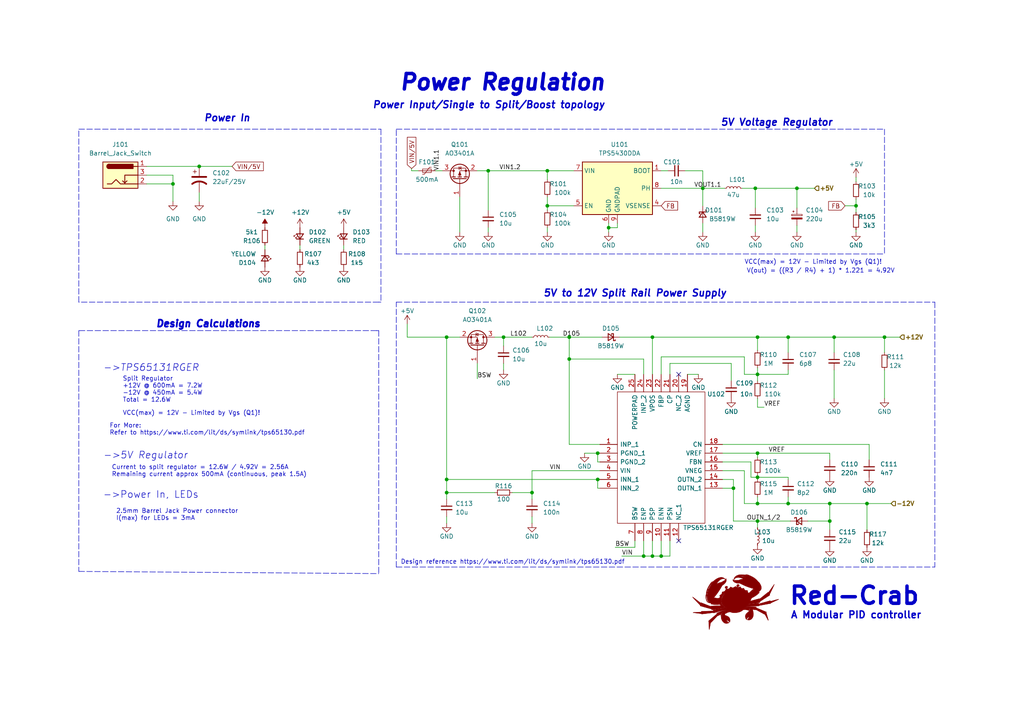
<source format=kicad_sch>
(kicad_sch (version 20211123) (generator eeschema)
  (paper "A4")
  (title_block (company "Designed By:  @aitesam961"))
  (lib_symbols
    (symbol "BananaSchplit-rescue:CP_Small-Device" (pin_numbers hide) (pin_names (offset 0.254) hide)
      (property "Reference" "C" (at 0.254 1.778 0))
      (property "Value" "CP_Small-Device" (at 0.254 -2.032 0))
      (symbol "CP_Small-Device_1_1"
        (pin passive line (at 0 2.54 270) (length 1.8542) (name "~") (number "1"))
        (pin passive line (at 0 -2.54 90) (length 1.8542) (name "~") (number "2"))
      )
    )
    (symbol "Connector:Barrel_Jack_Switch" (pin_names hide)
      (property "Reference" "J" (at 0 5.334 0))
      (property "Value" "Barrel_Jack_Switch" (at 0 -5.08 0))
      (symbol "Barrel_Jack_Switch_1_1"
        (pin passive line (at 7.62 2.54 180) (length 2.54) (name "~") (number "1"))
        (pin passive line (at 7.62 -2.54 180) (length 2.54) (name "~") (number "2"))
        (pin passive line (at 7.62 0 180) (length 2.54) (name "~") (number "3"))
      )
    )
    (symbol "Device:C_Polarized_US" (pin_numbers hide) (pin_names (offset 0.254) hide)
      (property "Reference" "C" (at 0.635 2.54 0))
      (property "Value" "C_Polarized_US" (at 0.635 -2.54 0))
      (symbol "C_Polarized_US_1_1"
        (pin passive line (at 0 3.81 270) (length 2.794) (name "~") (number "1"))
        (pin passive line (at 0 -3.81 90) (length 3.302) (name "~") (number "2"))
      )
    )
    (symbol "Device:C_Small" (pin_numbers hide) (pin_names (offset 0.254) hide)
      (property "Reference" "C" (at 0.254 1.778 0))
      (property "Value" "C_Small" (at 0.254 -2.032 0))
      (symbol "C_Small_1_1"
        (pin passive line (at 0 2.54 270) (length 2.032) (name "~") (number "1"))
        (pin passive line (at 0 -2.54 90) (length 2.032) (name "~") (number "2"))
      )
    )
    (symbol "Device:D_Schottky_Small" (pin_numbers hide) (pin_names (offset 0.254) hide)
      (property "Reference" "D" (at -1.27 2.032 0))
      (property "Value" "D_Schottky_Small" (at -7.112 -2.032 0))
      (symbol "D_Schottky_Small_1_1"
        (pin passive line (at -2.54 0 0) (length 1.778) (name "K") (number "1"))
        (pin passive line (at 2.54 0 180) (length 1.778) (name "A") (number "2"))
      )
    )
    (symbol "Device:LED_Small" (pin_numbers hide) (pin_names (offset 0.254) hide)
      (property "Reference" "D" (at -1.27 3.175 0))
      (property "Value" "LED_Small" (at -4.445 -2.54 0))
      (symbol "LED_Small_1_1"
        (pin passive line (at -2.54 0 0) (length 1.778) (name "K") (number "1"))
        (pin passive line (at 2.54 0 180) (length 1.778) (name "A") (number "2"))
      )
    )
    (symbol "Device:L_Small" (pin_numbers hide) (pin_names (offset 0.254) hide)
      (property "Reference" "L" (at 0.762 1.016 0))
      (property "Value" "L_Small" (at 0.762 -1.016 0))
      (symbol "L_Small_1_1"
        (pin passive line (at 0 2.54 270) (length 0.508) (name "~") (number "1"))
        (pin passive line (at 0 -2.54 90) (length 0.508) (name "~") (number "2"))
      )
    )
    (symbol "Device:Polyfuse_Small" (pin_numbers hide) (pin_names (offset 0))
      (property "Reference" "F" (at -1.905 0 90))
      (property "Value" "Polyfuse_Small" (at 1.905 0 90))
      (symbol "Polyfuse_Small_1_1"
        (pin passive line (at 0 2.54 270) (length 0.635) (name "~") (number "1"))
        (pin passive line (at 0 -2.54 90) (length 0.635) (name "~") (number "2"))
      )
    )
    (symbol "Device:R_Small" (pin_numbers hide) (pin_names (offset 0.254) hide)
      (property "Reference" "R" (at 0.762 0.508 0))
      (property "Value" "R_Small" (at 0.762 -1.016 0))
      (symbol "R_Small_1_1"
        (pin passive line (at 0 2.54 270) (length 0.762) (name "~") (number "1"))
        (pin passive line (at 0 -2.54 90) (length 0.762) (name "~") (number "2"))
      )
    )
    (symbol "Red-Crab:LOGO" (pin_names (offset 1.016)))
    (symbol "Regulator_Switching:TPS5430DDA"
      (property "Reference" "U" (at -10.16 8.89 0))
      (property "Value" "TPS5430DDA" (at -1.27 8.89 0))
      (symbol "TPS5430DDA_1_1"
        (pin input line (at 12.7 5.08 180) (length 2.54) (name "BOOT") (number "1"))
        (pin no_connect line (at -10.16 2.54 0) (length 2.54) hide (name "NC") (number "2"))
        (pin no_connect line (at -10.16 -2.54 0) (length 2.54) hide (name "NC") (number "3"))
        (pin input line (at 12.7 -5.08 180) (length 2.54) (name "VSENSE") (number "4"))
        (pin input line (at -12.7 -5.08 0) (length 2.54) (name "EN") (number "5"))
        (pin power_in line (at -2.54 -10.16 90) (length 2.54) (name "GND") (number "6"))
        (pin power_in line (at -12.7 5.08 0) (length 2.54) (name "VIN") (number "7"))
        (pin output line (at 12.7 0 180) (length 2.54) (name "PH") (number "8"))
        (pin power_in line (at 0 -10.16 90) (length 2.54) (name "GNDPAD") (number "9"))
      )
    )
    (symbol "TPS65131RGET:TPS65131RGET" (pin_names (offset 0.762))
      (property "Reference" "IC" (at 31.75 20.32 0))
      (property "Value" "TPS65131RGET" (at 31.75 17.78 0))
      (symbol "TPS65131RGET_0_0"
        (pin passive line (at 0 0 0) (length 5.08) (name "INP_1") (number "1"))
        (pin passive line (at 17.78 -27.94 90) (length 5.08) (name "ENN") (number "10"))
        (pin passive line (at 20.32 -27.94 90) (length 5.08) (name "PSN") (number "11"))
        (pin passive line (at 22.86 -27.94 90) (length 5.08) (name "NC_1") (number "12"))
        (pin passive line (at 35.56 -12.7 180) (length 5.08) (name "OUTN_1") (number "13"))
        (pin passive line (at 35.56 -10.16 180) (length 5.08) (name "OUTN_2") (number "14"))
        (pin passive line (at 35.56 -7.62 180) (length 5.08) (name "VNEG") (number "15"))
        (pin passive line (at 35.56 -5.08 180) (length 5.08) (name "FBN") (number "16"))
        (pin passive line (at 35.56 -2.54 180) (length 5.08) (name "VREF") (number "17"))
        (pin passive line (at 35.56 0 180) (length 5.08) (name "CN") (number "18"))
        (pin passive line (at 25.4 20.32 270) (length 5.08) (name "AGND") (number "19"))
        (pin passive line (at 0 -2.54 0) (length 5.08) (name "PGND_1") (number "2"))
        (pin passive line (at 22.86 20.32 270) (length 5.08) (name "NC_2") (number "20"))
        (pin passive line (at 20.32 20.32 270) (length 5.08) (name "CP") (number "21"))
        (pin passive line (at 17.78 20.32 270) (length 5.08) (name "FBP") (number "22"))
        (pin passive line (at 15.24 20.32 270) (length 5.08) (name "VPOS") (number "23"))
        (pin passive line (at 12.7 20.32 270) (length 5.08) (name "INP_2") (number "24"))
        (pin passive line (at 10.16 20.32 270) (length 5.08) (name "POWERPAD") (number "25"))
        (pin passive line (at 0 -5.08 0) (length 5.08) (name "PGND_2") (number "3"))
        (pin passive line (at 0 -7.62 0) (length 5.08) (name "VIN") (number "4"))
        (pin passive line (at 0 -10.16 0) (length 5.08) (name "INN_1") (number "5"))
        (pin passive line (at 0 -12.7 0) (length 5.08) (name "INN_2") (number "6"))
        (pin passive line (at 10.16 -27.94 90) (length 5.08) (name "BSW") (number "7"))
        (pin passive line (at 12.7 -27.94 90) (length 5.08) (name "ENP") (number "8"))
        (pin passive line (at 15.24 -27.94 90) (length 5.08) (name "PSP") (number "9"))
      )
    )
    (symbol "Transistor_FET:AO3401A" (pin_names hide)
      (property "Reference" "Q" (at 5.08 1.905 0))
      (property "Value" "AO3401A" (at 5.08 0 0))
      (symbol "AO3401A_1_1"
        (pin input line (at -5.08 0 0) (length 2.54) (name "G") (number "1"))
        (pin passive line (at 2.54 -5.08 90) (length 2.54) (name "S") (number "2"))
        (pin passive line (at 2.54 5.08 270) (length 2.54) (name "D") (number "3"))
      )
    )
    (symbol "power:+12V" (power) (pin_names (offset 0))
      (property "Value" "+12V" (at 0 3.556 0))
      (symbol "+12V_1_1"
        (pin power_in line (at 0 0 90) (length 0) hide (name "+12V") (number "1"))
      )
    )
    (symbol "power:+5V" (power) (pin_names (offset 0))
      (property "Value" "+5V" (at 0 3.556 0))
      (symbol "+5V_1_1"
        (pin power_in line (at 0 0 90) (length 0) hide (name "+5V") (number "1"))
      )
    )
    (symbol "power:-12V" (power) (pin_names (offset 0))
      (property "Value" "-12V" (at 0 3.81 0))
      (symbol "-12V_0_0"
        (pin power_in line (at 0 0 90) (length 0) hide (name "-12V") (number "1"))
      )
    )
    (symbol "power:GND" (power) (pin_names (offset 0))
      (property "Value" "GND" (at 0 -3.81 0))
      (symbol "GND_1_1"
        (pin power_in line (at 0 0 270) (length 0) hide (name "GND") (number "1"))
      )
    )
  )
  (junction (at 228.6 146.05))
  (junction (at 186.69 161.29))
  (junction (at 228.6 97.79))
  (junction (at 50.165 53.34))
  (junction (at 129.54 97.79))
  (junction (at 191.77 161.29))
  (junction (at 173.355 131.445))
  (junction (at 219.71 108.585))
  (junction (at 240.665 146.05))
  (junction (at 165.1 104.14))
  (junction (at 251.46 146.05))
  (junction (at 248.285 59.69))
  (junction (at 231.14 54.61))
  (junction (at 219.075 54.61))
  (junction (at 241.935 97.79))
  (junction (at 146.05 97.79))
  (junction (at 154.305 142.875))
  (junction (at 219.71 151.13))
  (junction (at 141.605 49.53))
  (junction (at 176.53 66.04))
  (junction (at 158.75 59.69))
  (junction (at 219.71 146.05))
  (junction (at 165.1 97.79))
  (junction (at 129.54 139.065))
  (junction (at 129.54 142.875))
  (junction (at 219.71 97.79))
  (junction (at 240.665 151.13))
  (junction (at 189.23 97.79))
  (junction (at 203.835 54.61))
  (junction (at 57.785 48.26))
  (junction (at 219.71 131.445))
  (junction (at 256.54 97.79))
  (junction (at 158.75 49.53))
  (junction (at 212.725 141.605))
  (junction (at 189.23 161.29))
  (junction (at 219.71 138.43))
  (junction (at 173.355 139.065))
  (no_connect (at 196.85 156.845))
  (no_connect (at 196.85 108.585))
  (wire (pts (xy 129.54 97.79) (xy 133.35 97.79)))
  (wire (pts (xy 118.11 97.79) (xy 129.54 97.79)))
  (wire (pts (xy 57.785 55.88) (xy 57.785 58.42)))
  (wire (pts (xy 176.53 67.31) (xy 176.53 66.04)))
  (polyline (pts (xy 114.935 37.465) (xy 256.54 37.465)))
  (polyline (pts (xy 114.935 164.465) (xy 271.145 164.465)))
  (wire (pts (xy 231.14 65.405) (xy 231.14 67.31)))
  (wire (pts (xy 186.69 104.14) (xy 165.1 104.14)))
  (wire (pts (xy 146.05 97.79) (xy 143.51 97.79)))
  (wire (pts (xy 119.38 49.53) (xy 121.285 49.53)))
  (wire (pts (xy 129.54 139.065) (xy 129.54 142.875)))
  (wire (pts (xy 256.54 102.235) (xy 256.54 97.79)))
  (wire (pts (xy 50.165 53.34) (xy 50.165 58.42)))
  (wire (pts (xy 173.355 141.605) (xy 173.99 141.605)))
  (wire (pts (xy 154.305 97.79) (xy 146.05 97.79)))
  (wire (pts (xy 173.355 131.445) (xy 173.355 133.985)))
  (wire (pts (xy 173.355 139.065) (xy 173.99 139.065)))
  (wire (pts (xy 228.6 102.235) (xy 228.6 97.79)))
  (wire (pts (xy 219.71 101.6) (xy 219.71 97.79)))
  (wire (pts (xy 212.725 151.13) (xy 219.71 151.13)))
  (polyline (pts (xy 22.86 95.885) (xy 22.86 165.735)))
  (polyline (pts (xy 109.22 95.885) (xy 22.86 95.885)))
  (polyline (pts (xy 114.935 164.465) (xy 114.935 87.63)))
  (wire (pts (xy 158.75 49.53) (xy 166.37 49.53)))
  (wire (pts (xy 76.835 71.12) (xy 76.835 72.39)))
  (wire (pts (xy 57.785 48.26) (xy 67.31 48.26)))
  (wire (pts (xy 219.71 118.11) (xy 221.615 118.11)))
  (wire (pts (xy 209.55 141.605) (xy 212.725 141.605)))
  (wire (pts (xy 215.265 54.61) (xy 219.075 54.61)))
  (wire (pts (xy 209.55 136.525) (xy 215.9 136.525)))
  (wire (pts (xy 234.315 151.13) (xy 240.665 151.13)))
  (wire (pts (xy 228.6 108.585) (xy 228.6 107.315)))
  (wire (pts (xy 154.305 144.78) (xy 154.305 142.875)))
  (wire (pts (xy 212.725 139.065) (xy 212.725 141.605)))
  (wire (pts (xy 209.55 139.065) (xy 212.725 139.065)))
  (wire (pts (xy 133.35 57.15) (xy 133.35 67.31)))
  (wire (pts (xy 219.075 65.405) (xy 219.075 67.31)))
  (wire (pts (xy 203.835 59.69) (xy 203.835 54.61)))
  (wire (pts (xy 165.1 128.905) (xy 165.1 104.14)))
  (polyline (pts (xy 109.855 87.63) (xy 22.86 87.63)))
  (wire (pts (xy 219.71 151.13) (xy 219.71 153.035)))
  (wire (pts (xy 219.71 110.49) (xy 219.71 108.585)))
  (wire (pts (xy 219.71 138.43) (xy 219.71 137.795)))
  (polyline (pts (xy 110.49 37.465) (xy 110.49 87.63)))
  (wire (pts (xy 219.71 146.05) (xy 228.6 146.05)))
  (wire (pts (xy 252.095 128.905) (xy 209.55 128.905)))
  (wire (pts (xy 129.54 139.065) (xy 129.54 97.79)))
  (wire (pts (xy 146.05 100.33) (xy 146.05 97.79)))
  (wire (pts (xy 219.71 131.445) (xy 240.665 131.445)))
  (wire (pts (xy 212.09 110.49) (xy 212.09 105.41)))
  (wire (pts (xy 194.31 161.29) (xy 194.31 156.845)))
  (wire (pts (xy 219.71 139.065) (xy 219.71 138.43)))
  (wire (pts (xy 191.77 54.61) (xy 203.835 54.61)))
  (polyline (pts (xy 114.935 73.66) (xy 114.935 37.465)))
  (wire (pts (xy 184.15 156.845) (xy 184.15 158.75)))
  (wire (pts (xy 165.1 104.14) (xy 165.1 97.79)))
  (wire (pts (xy 191.77 108.585) (xy 191.77 103.505)))
  (wire (pts (xy 50.165 50.8) (xy 50.165 53.34)))
  (wire (pts (xy 248.285 57.785) (xy 248.285 59.69)))
  (wire (pts (xy 179.07 66.04) (xy 179.07 64.77)))
  (wire (pts (xy 241.935 102.235) (xy 241.935 97.79)))
  (wire (pts (xy 217.805 138.43) (xy 219.71 138.43)))
  (wire (pts (xy 180.34 161.29) (xy 186.69 161.29)))
  (wire (pts (xy 241.935 115.57) (xy 241.935 107.315)))
  (wire (pts (xy 179.705 97.79) (xy 189.23 97.79)))
  (wire (pts (xy 256.54 115.57) (xy 256.54 107.315)))
  (polyline (pts (xy 22.86 37.465) (xy 110.49 37.465)))
  (wire (pts (xy 138.43 105.41) (xy 138.43 109.855)))
  (polyline (pts (xy 109.22 95.885) (xy 109.855 95.885)))
  (wire (pts (xy 176.53 66.04) (xy 176.53 64.77)))
  (wire (pts (xy 219.71 131.445) (xy 209.55 131.445)))
  (wire (pts (xy 138.43 49.53) (xy 141.605 49.53)))
  (wire (pts (xy 203.835 49.53) (xy 203.835 54.61)))
  (polyline (pts (xy 256.54 37.465) (xy 256.54 73.66)))
  (wire (pts (xy 194.31 105.41) (xy 194.31 108.585)))
  (wire (pts (xy 42.545 53.34) (xy 50.165 53.34)))
  (wire (pts (xy 240.665 151.13) (xy 240.665 153.67)))
  (wire (pts (xy 241.935 97.79) (xy 256.54 97.79)))
  (wire (pts (xy 229.235 151.13) (xy 219.71 151.13)))
  (wire (pts (xy 174.625 97.79) (xy 165.1 97.79)))
  (wire (pts (xy 193.675 49.53) (xy 191.77 49.53)))
  (wire (pts (xy 228.6 146.05) (xy 240.665 146.05)))
  (polyline (pts (xy 114.935 87.63) (xy 271.145 87.63)))
  (wire (pts (xy 129.54 142.875) (xy 129.54 144.78)))
  (wire (pts (xy 212.09 105.41) (xy 194.31 105.41)))
  (wire (pts (xy 99.695 72.39) (xy 99.695 71.12)))
  (wire (pts (xy 42.545 50.8) (xy 50.165 50.8)))
  (wire (pts (xy 240.665 146.05) (xy 240.665 151.13)))
  (wire (pts (xy 129.54 151.765) (xy 129.54 149.86)))
  (wire (pts (xy 251.46 153.67) (xy 251.46 146.05)))
  (wire (pts (xy 141.605 66.04) (xy 141.605 67.31)))
  (wire (pts (xy 215.9 146.05) (xy 219.71 146.05)))
  (wire (pts (xy 186.69 108.585) (xy 186.69 104.14)))
  (wire (pts (xy 219.71 108.585) (xy 228.6 108.585)))
  (wire (pts (xy 203.835 67.31) (xy 203.835 64.77)))
  (wire (pts (xy 186.69 161.29) (xy 186.69 156.845)))
  (wire (pts (xy 189.23 161.29) (xy 191.77 161.29)))
  (wire (pts (xy 86.995 72.39) (xy 86.995 71.12)))
  (wire (pts (xy 248.285 59.69) (xy 248.285 61.595)))
  (wire (pts (xy 260.985 97.79) (xy 256.54 97.79)))
  (wire (pts (xy 146.05 107.315) (xy 146.05 105.41)))
  (wire (pts (xy 228.6 139.065) (xy 228.6 138.43)))
  (wire (pts (xy 215.9 103.505) (xy 215.9 108.585)))
  (wire (pts (xy 173.355 131.445) (xy 169.545 131.445)))
  (wire (pts (xy 219.71 97.79) (xy 189.23 97.79)))
  (wire (pts (xy 219.075 60.325) (xy 219.075 54.61)))
  (wire (pts (xy 219.71 115.57) (xy 219.71 118.11)))
  (wire (pts (xy 191.77 161.29) (xy 191.77 156.845)))
  (polyline (pts (xy 109.855 87.63) (xy 110.49 87.63)))
  (wire (pts (xy 158.75 66.04) (xy 158.75 67.31)))
  (wire (pts (xy 228.6 97.79) (xy 219.71 97.79)))
  (polyline (pts (xy 109.855 95.885) (xy 109.855 166.37)))
  (wire (pts (xy 184.15 158.75) (xy 178.435 158.75)))
  (wire (pts (xy 118.11 93.98) (xy 118.11 97.79)))
  (wire (pts (xy 179.07 108.585) (xy 184.15 108.585)))
  (wire (pts (xy 173.355 131.445) (xy 173.99 131.445)))
  (wire (pts (xy 176.53 66.04) (xy 179.07 66.04)))
  (wire (pts (xy 165.1 128.905) (xy 173.99 128.905)))
  (wire (pts (xy 189.23 97.79) (xy 189.23 108.585)))
  (wire (pts (xy 215.9 108.585) (xy 219.71 108.585)))
  (wire (pts (xy 173.355 139.065) (xy 173.355 141.605)))
  (wire (pts (xy 141.605 49.53) (xy 158.75 49.53)))
  (wire (pts (xy 158.75 60.96) (xy 158.75 59.69)))
  (polyline (pts (xy 114.935 73.66) (xy 256.54 73.66)))
  (wire (pts (xy 219.71 106.68) (xy 219.71 108.585)))
  (wire (pts (xy 159.385 97.79) (xy 165.1 97.79)))
  (wire (pts (xy 189.23 161.29) (xy 189.23 156.845)))
  (wire (pts (xy 241.935 97.79) (xy 228.6 97.79)))
  (wire (pts (xy 212.725 141.605) (xy 212.725 151.13)))
  (polyline (pts (xy 271.145 87.63) (xy 271.145 164.465)))
  (wire (pts (xy 158.75 57.15) (xy 158.75 59.69)))
  (wire (pts (xy 154.305 136.525) (xy 173.99 136.525)))
  (wire (pts (xy 126.365 49.53) (xy 128.27 49.53)))
  (wire (pts (xy 154.305 142.875) (xy 148.59 142.875)))
  (wire (pts (xy 209.55 133.985) (xy 217.805 133.985)))
  (wire (pts (xy 210.185 54.61) (xy 203.835 54.61)))
  (wire (pts (xy 191.77 161.29) (xy 194.31 161.29)))
  (wire (pts (xy 245.11 59.69) (xy 248.285 59.69)))
  (wire (pts (xy 236.22 54.61) (xy 231.14 54.61)))
  (wire (pts (xy 251.46 146.05) (xy 258.445 146.05)))
  (wire (pts (xy 240.665 133.35) (xy 240.665 131.445)))
  (wire (pts (xy 129.54 142.875) (xy 143.51 142.875)))
  (wire (pts (xy 228.6 138.43) (xy 219.71 138.43)))
  (wire (pts (xy 215.9 136.525) (xy 215.9 146.05)))
  (polyline (pts (xy 22.86 87.63) (xy 22.86 37.465)))
  (wire (pts (xy 129.54 139.065) (xy 173.355 139.065)))
  (wire (pts (xy 186.69 161.29) (xy 189.23 161.29)))
  (wire (pts (xy 248.285 67.31) (xy 248.285 66.675)))
  (wire (pts (xy 158.75 52.07) (xy 158.75 49.53)))
  (wire (pts (xy 252.095 133.35) (xy 252.095 128.905)))
  (wire (pts (xy 198.755 49.53) (xy 203.835 49.53)))
  (wire (pts (xy 154.305 151.765) (xy 154.305 149.86)))
  (wire (pts (xy 228.6 146.05) (xy 228.6 144.145)))
  (wire (pts (xy 154.305 136.525) (xy 154.305 142.875)))
  (wire (pts (xy 248.285 52.705) (xy 248.285 51.435)))
  (wire (pts (xy 42.545 48.26) (xy 57.785 48.26)))
  (wire (pts (xy 217.805 133.985) (xy 217.805 138.43)))
  (wire (pts (xy 219.71 144.145) (xy 219.71 146.05)))
  (wire (pts (xy 119.38 48.895) (xy 119.38 49.53)))
  (wire (pts (xy 191.77 103.505) (xy 215.9 103.505)))
  (wire (pts (xy 219.71 132.715) (xy 219.71 131.445)))
  (wire (pts (xy 219.075 54.61) (xy 231.14 54.61)))
  (wire (pts (xy 141.605 49.53) (xy 141.605 60.96)))
  (wire (pts (xy 173.355 133.985) (xy 173.99 133.985)))
  (wire (pts (xy 199.39 108.585) (xy 202.565 108.585)))
  (wire (pts (xy 251.46 146.05) (xy 240.665 146.05)))
  (polyline (pts (xy 22.86 165.735) (xy 109.855 166.37)))
  (wire (pts (xy 231.14 60.325) (xy 231.14 54.61)))
  (wire (pts (xy 158.75 59.69) (xy 166.37 59.69)))
  (text "Design reference https://www.ti.com/lit/ds/symlink/tps65130.pdf" (at 116.205 163.83 0) (effects (font (size 1.27 1.27)) (justify left bottom)))
  (text "Split Regulator\n+12V @ 600mA = 7.2W\n-12V @ 450mA = 5.4W\nTotal = 12.6W" (at 35.56 116.84 0) (effects (font (size 1.27 1.27)) (justify left bottom)))
  (text "Design Calculations" (at 45.085 95.25 0) (effects (font (size 2 2) (thickness 0.508) bold italic) (justify left bottom)))
  (text "->5V Regulator" (at 29.845 133.35 0) (effects (font (size 2 2) italic) (justify left bottom)))
  (text "A Modular PID controller" (at 229.235 179.705 0) (effects (font (size 2 2) bold) (justify left bottom)))
  (text "Power Input/Single to Split/Boost topology" (at 107.95 31.75 0) (effects (font (size 2.0066 2.0066) (thickness 0.4013) bold italic) (justify left bottom)))
  (text "V(out) = ((R3 / R4) + 1) * 1.221 = 4.92V" (at 216.535 79.375 0) (effects (font (size 1.27 1.27)) (justify left bottom)))
  (text "5V Voltage Regulator" (at 208.915 36.83 0) (effects (font (size 2.0066 2.0066) (thickness 0.4013) bold italic) (justify left bottom)))
  (text "5V to 12V Split Rail Power Supply" (at 157.48 86.36 0) (effects (font (size 2.0066 2.0066) (thickness 0.4013) bold italic) (justify left bottom)))
  (text "->TPS65131RGER" (at 29.845 107.95 0) (effects (font (size 2 2) italic) (justify left bottom)))
  (text "VCC(max) = 12V - Limited by Vgs (Q1)!" (at 35.56 120.65 0) (effects (font (size 1.27 1.27)) (justify left bottom)))
  (text "VCC(max) = 12V - Limited by Vgs (Q1)!" (at 215.9 76.835 0) (effects (font (size 1.27 1.27)) (justify left bottom)))
  (text "Red-Crab" (at 228.6 175.895 0) (effects (font (size 5 5) bold) (justify left bottom)))
  (text "Current to split regulator = 12.6W / 4.92V = 2.56A\nRemaining current approx 500mA (continuous, peak 1.5A)" (at 32.385 138.43 0) (effects (font (size 1.27 1.27)) (justify left bottom)))
  (text "->Power In, LEDs" (at 29.845 144.78 0) (effects (font (size 2 2)) (justify left bottom)))
  (text "Power In" (at 59.055 35.56 0) (effects (font (size 2 2) bold italic) (justify left bottom)))
  (text "For More:\nRefer to https://www.ti.com/lit/ds/symlink/tps65130.pdf" (at 31.75 126.365 0) (effects (font (size 1.27 1.27)) (justify left bottom)))
  (text "Power Regulation" (at 115.57 26.67 0) (effects (font (size 4.5 4.5) (thickness 1.0008) bold italic) (justify left bottom)))
  (text "2.5mm Barrel Jack Power connector\nI(max) for LEDs = 3mA" (at 33.655 151.13 0) (effects (font (size 1.27 1.27)) (justify left bottom)))
  (label "BSW" (at 138.43 109.855 0))
  (label "VIN" (at 159.385 136.525 0))
  (label "VIN" (at 180.34 161.29 0))
  (label "VREF" (at 222.885 131.445 0))
  (label "VIN1.2" (at 144.78 49.53 0))
  (label "D105" (at 163.195 97.79 0))
  (label "VREF" (at 221.615 118.11 0))
  (label "L102" (at 147.955 97.79 0))
  (label "VIN1.1" (at 127.635 49.53 90))
  (label "OUTN_1{slash}2" (at 216.535 151.13 0))
  (label "VOUT1.1" (at 201.295 54.61 0))
  (label "BSW" (at 178.435 158.75 0))
  (global_label "VIN{slash}5V" (shape input) (at 67.31 48.26 0) (property "Intersheet References" "${INTERSHEET_REFS}" (effects hide)))
  (global_label "FB" (shape input) (at 245.11 59.69 180) (property "Intersheet References" "${INTERSHEET_REFS}" (effects hide)))
  (global_label "FB" (shape input) (at 191.77 59.69 0) (property "Intersheet References" "${INTERSHEET_REFS}" (effects hide)))
  (global_label "VIN{slash}5V" (shape input) (at 119.38 48.895 90) (property "Intersheet References" "${INTERSHEET_REFS}" (effects hide)))
  (hierarchical_label "-12V" (shape input) (at 258.445 146.05 0) (effects (font bold)))
  (hierarchical_label "+12V" (shape input) (at 260.985 97.79 0) (effects (font bold)))
  (hierarchical_label "+5V" (shape input) (at 236.22 54.61 0) (effects (font bold)))
  (symbol (lib_id "Transistor_FET:AO3401A") (at 133.35 52.07 90) (unit 1)
    (property "Reference" "Q101" (at 133.35 41.91 90))
    (property "Value" "AO3401A" (at 133.35 44.45 90))
    (property "Footprint" "Package_TO_SOT_SMD:SOT-23" (effects hide))
    (property "Datasheet" "http://www.aosmd.com/pdfs/datasheet/AO3401A.pdf" (effects hide))
    (property "LCSC Part #" "C15127" (effects hide))
  )
  (symbol (lib_id "power:GND") (at 129.54 151.765 0) (unit 1)
    (property "Reference" "#PWR0132" (effects hide))
    (property "Value" "GND" (at 129.54 155.575 0))
  )
  (symbol (lib_id "Device:C_Small") (at 240.665 135.89 0) (unit 1)
    (property "Reference" "C110" (at 243.84 134.62 0) (effects (justify left)))
    (property "Value" "220n" (at 243.84 137.16 0) (effects (justify left)))
    (property "Footprint" "Capacitor_SMD:C_0603_1608Metric" (effects hide))
    (property "LCSC Part #" "C21120" (effects hide))
  )
  (symbol (lib_id "power:GND") (at 99.695 77.47 0) (unit 1)
    (property "Reference" "#PWR0119" (effects hide))
    (property "Value" "GND" (at 99.695 81.28 0))
  )
  (symbol (lib_id "Device:R_Small") (at 219.71 104.14 180) (unit 1)
    (property "Reference" "R110" (at 222.885 102.87 0))
    (property "Value" "1M" (at 222.885 105.41 0))
    (property "Footprint" "Resistor_SMD:R_0603_1608Metric" (effects hide))
    (property "LCSC Part #" "C22935" (effects hide))
  )
  (symbol (lib_id "power:GND") (at 169.545 131.445 0) (unit 1)
    (property "Reference" "#PWR0128" (effects hide))
    (property "Value" "GND" (at 169.545 135.255 0))
  )
  (symbol (lib_id "Device:LED_Small") (at 86.995 68.58 90) (unit 1)
    (property "Reference" "D102" (at 89.535 67.31 90) (effects (justify right)))
    (property "Value" "GREEN" (at 89.535 69.85 90) (effects (justify right)))
    (property "Footprint" "LED_SMD:LED_0805_2012Metric" (effects hide))
    (property "LCSC Part #" "C2297" (effects hide))
  )
  (symbol (lib_id "Device:C_Small") (at 212.09 113.03 0) (unit 1)
    (property "Reference" "C109" (at 213.36 111.125 0) (effects (justify left)))
    (property "Value" "10n" (at 214.63 114.3 0) (effects (justify left)))
    (property "Footprint" "Capacitor_SMD:C_0603_1608Metric" (effects hide))
    (property "LCSC Part #" "C57112" (effects hide))
  )
  (symbol (lib_id "Device:C_Small") (at 228.6 104.775 0) (unit 1)
    (property "Reference" "C107" (at 231.775 102.87 0) (effects (justify left)))
    (property "Value" "6p8" (at 231.775 105.41 0) (effects (justify left)))
    (property "Footprint" "Capacitor_SMD:C_0603_1608Metric" (effects hide))
    (property "LCSC Part #" "C1679" (effects hide))
  )
  (symbol (lib_id "power:-12V") (at 76.835 66.04 0) (unit 1)
    (property "Reference" "#PWR0106" (effects hide))
    (property "Value" "-12V" (at 74.295 61.595 0) (effects (justify left)))
  )
  (symbol (lib_id "Device:C_Small") (at 219.075 62.865 0) (unit 1)
    (property "Reference" "C103" (at 222.25 60.96 0) (effects (justify left)))
    (property "Value" "10u" (at 222.25 63.5 0) (effects (justify left)))
    (property "Footprint" "Capacitor_SMD:C_1206_3216Metric" (effects hide))
    (property "LCSC Part #" "C13585" (effects hide))
  )
  (symbol (lib_id "power:GND") (at 212.09 115.57 0) (unit 1)
    (property "Reference" "#PWR0125" (effects hide))
    (property "Value" "GND" (at 212.09 119.38 0))
  )
  (symbol (lib_id "Device:C_Small") (at 241.935 104.775 0) (unit 1)
    (property "Reference" "C108" (at 244.475 102.87 0) (effects (justify left)))
    (property "Value" "22u" (at 244.475 105.41 0) (effects (justify left)))
    (property "Footprint" "Capacitor_SMD:C_0805_2012Metric" (effects hide))
    (property "LCSC Part #" "C45783" (effects hide))
  )
  (symbol (lib_id "power:+5V") (at 248.285 51.435 0) (unit 1)
    (property "Reference" "#PWR0103" (effects hide))
    (property "Value" "+5V" (at 248.285 47.625 0))
  )
  (symbol (lib_id "power:GND") (at 241.935 115.57 0) (unit 1)
    (property "Reference" "#PWR0126" (effects hide))
    (property "Value" "GND" (at 241.935 119.38 0))
  )
  (symbol (lib_id "power:GND") (at 76.835 77.47 0) (unit 1)
    (property "Reference" "#PWR0117" (effects hide))
    (property "Value" "GND" (at 76.835 81.28 0))
  )
  (symbol (lib_id "Device:C_Small") (at 240.665 156.21 0) (unit 1)
    (property "Reference" "C115" (at 243.205 154.305 0) (effects (justify left)))
    (property "Value" "22u" (at 243.205 156.845 0) (effects (justify left)))
    (property "Footprint" "Capacitor_SMD:C_0805_2012Metric" (effects hide))
    (property "LCSC Part #" "C45783" (effects hide))
  )
  (symbol (lib_id "power:GND") (at 133.35 67.31 0) (unit 1)
    (property "Reference" "#PWR0109" (effects hide))
    (property "Value" "GND" (at 133.35 71.12 0))
  )
  (symbol (lib_id "Transistor_FET:AO3401A") (at 138.43 100.33 270) (mirror x) (unit 1)
    (property "Reference" "Q102" (at 138.43 90.17 90))
    (property "Value" "AO3401A" (at 138.43 92.71 90))
    (property "Footprint" "Package_TO_SOT_SMD:SOT-23" (effects hide))
    (property "Datasheet" "http://www.aosmd.com/pdfs/datasheet/AO3401A.pdf" (effects hide))
    (property "LCSC Part #" "C15127" (effects hide))
  )
  (symbol (lib_id "power:GND") (at 219.71 158.115 0) (unit 1)
    (property "Reference" "#PWR0134" (effects hide))
    (property "Value" "GND" (at 219.71 161.925 0))
  )
  (symbol (lib_id "Device:C_Small") (at 154.305 147.32 0) (unit 1)
    (property "Reference" "C114" (at 157.48 146.05 0) (effects (justify left)))
    (property "Value" "100n" (at 157.48 148.59 0) (effects (justify left)))
    (property "Footprint" "Capacitor_SMD:C_0603_1608Metric" (effects hide))
    (property "LCSC Part #" "C14663" (effects hide))
  )
  (symbol (lib_id "Device:D_Schottky_Small") (at 177.165 97.79 180) (unit 1)
    (property "Reference" "D105" (at 177.165 95.25 0))
    (property "Value" "B5819W" (at 177.165 100.33 0))
    (property "Footprint" "Diode_SMD:D_SOD-123" (effects hide))
    (property "LCSC Part #" "C8598" (effects hide))
  )
  (symbol (lib_id "power:+5V") (at 118.11 93.98 0) (unit 1)
    (property "Reference" "#PWR0120" (effects hide))
    (property "Value" "+5V" (at 118.11 90.17 0))
  )
  (symbol (lib_id "power:GND") (at 86.995 77.47 0) (unit 1)
    (property "Reference" "#PWR0118" (effects hide))
    (property "Value" "GND" (at 86.995 81.28 0))
  )
  (symbol (lib_id "Device:R_Small") (at 248.285 64.135 180) (unit 1)
    (property "Reference" "R105" (at 251.46 62.865 0))
    (property "Value" "3k3" (at 252.095 65.405 0))
    (property "Footprint" "Resistor_SMD:R_0603_1608Metric" (effects hide))
    (property "LCSC Part #" "C22978" (effects hide))
  )
  (symbol (lib_id "Device:R_Small") (at 219.71 135.255 180) (unit 1)
    (property "Reference" "R113" (at 222.885 133.985 0))
    (property "Value" "100k" (at 224.155 136.525 0))
    (property "Footprint" "Resistor_SMD:R_0603_1608Metric" (effects hide))
    (property "LCSC Part #" "C25803" (effects hide))
  )
  (symbol (lib_id "power:GND") (at 256.54 115.57 0) (unit 1)
    (property "Reference" "#PWR0127" (effects hide))
    (property "Value" "GND" (at 256.54 119.38 0))
  )
  (symbol (lib_id "Device:C_Polarized_US") (at 57.785 52.07 0) (unit 1)
    (property "Reference" "C102" (at 61.595 50.1649 0) (effects (justify left)))
    (property "Value" "22uF{slash}25V" (at 61.595 52.7049 0) (effects (justify left)))
    (property "Footprint" "Capacitor_SMD:CP_Elec_6.3x5.3" (effects hide))
  )
  (symbol (lib_id "power:GND") (at 251.46 158.75 0) (unit 1)
    (property "Reference" "#PWR0136" (effects hide))
    (property "Value" "GND" (at 251.46 162.56 0))
  )
  (symbol (lib_id "Device:R_Small") (at 76.835 68.58 0) (unit 1)
    (property "Reference" "R106" (at 73.025 69.85 0))
    (property "Value" "5k1" (at 73.025 67.31 0))
    (property "Footprint" "Resistor_SMD:R_0603_1608Metric" (effects hide))
    (property "LCSC Part #" "C23186" (effects hide))
  )
  (symbol (lib_id "power:GND") (at 248.285 67.31 0) (unit 1)
    (property "Reference" "#PWR0116" (effects hide))
    (property "Value" "GND" (at 248.285 71.12 0))
  )
  (symbol (lib_id "Device:L_Small") (at 219.71 155.575 0) (unit 1)
    (property "Reference" "L103" (at 223.52 154.305 0) (effects (justify right)))
    (property "Value" "10u" (at 224.79 156.845 0) (effects (justify right)))
    (property "Footprint" "Inductor_SMD:L_Sunlord_MWSA0518_5.4x5.2mm" (effects hide))
    (property "LCSC Part #" "C139506" (effects hide))
  )
  (symbol (lib_id "power:+12V") (at 86.995 66.04 0) (unit 1)
    (property "Reference" "#PWR0107" (effects hide))
    (property "Value" "+12V" (at 84.455 61.595 0) (effects (justify left)))
  )
  (symbol (lib_id "BananaSchplit-rescue:CP_Small-Device") (at 231.14 62.865 0) (unit 1)
    (property "Reference" "C104" (at 233.68 60.96 0) (effects (justify left)))
    (property "Value" "220u" (at 233.68 63.5 0) (effects (justify left)))
    (property "Footprint" "Capacitor_SMD:CP_Elec_6.3x7.7" (effects hide))
    (property "LCSC Part #" "C127327" (effects hide))
  )
  (symbol (lib_id "power:GND") (at 141.605 67.31 0) (unit 1)
    (property "Reference" "#PWR0110" (effects hide))
    (property "Value" "GND" (at 141.605 71.12 0))
  )
  (symbol (lib_id "Device:C_Small") (at 196.215 49.53 90) (unit 1)
    (property "Reference" "C101" (at 197.485 46.99 90) (effects (justify left)))
    (property "Value" "10n" (at 198.12 52.705 90) (effects (justify left)))
    (property "Footprint" "Capacitor_SMD:C_0603_1608Metric" (effects hide))
    (property "LCSC Part #" "C57112" (effects hide))
  )
  (symbol (lib_id "power:GND") (at 240.665 138.43 0) (unit 1)
    (property "Reference" "#PWR0129" (effects hide))
    (property "Value" "GND" (at 240.665 142.24 0))
  )
  (symbol (lib_id "Device:C_Small") (at 228.6 141.605 0) (unit 1)
    (property "Reference" "C112" (at 231.14 140.335 0) (effects (justify left)))
    (property "Value" "8p2" (at 231.14 142.875 0) (effects (justify left)))
    (property "Footprint" "Capacitor_SMD:C_0603_1608Metric" (effects hide))
    (property "LCSC Part #" "C1685" (effects hide))
  )
  (symbol (lib_id "Device:R_Small") (at 219.71 113.03 180) (unit 1)
    (property "Reference" "R112" (at 222.885 111.76 0))
    (property "Value" "110k" (at 224.155 114.3 0))
    (property "Footprint" "Resistor_SMD:R_0603_1608Metric" (effects hide))
    (property "LCSC Part #" "C25805" (effects hide))
  )
  (symbol (lib_id "power:GND") (at 231.14 67.31 0) (unit 1)
    (property "Reference" "#PWR0115" (effects hide))
    (property "Value" "GND" (at 231.14 71.12 0))
  )
  (symbol (lib_id "Device:R_Small") (at 158.75 63.5 180) (unit 1)
    (property "Reference" "R104" (at 161.925 62.23 0))
    (property "Value" "100k" (at 163.195 64.77 0))
    (property "Footprint" "Resistor_SMD:R_0603_1608Metric" (effects hide))
    (property "LCSC Part #" "C25803" (effects hide))
  )
  (symbol (lib_id "power:GND") (at 202.565 108.585 0) (unit 1)
    (property "Reference" "#PWR0124" (effects hide))
    (property "Value" "GND" (at 202.565 112.395 0))
  )
  (symbol (lib_id "power:GND") (at 179.07 108.585 0) (unit 1)
    (property "Reference" "#PWR0123" (effects hide))
    (property "Value" "GND" (at 179.07 112.395 0))
  )
  (symbol (lib_id "Device:C_Small") (at 146.05 102.87 0) (unit 1)
    (property "Reference" "C106" (at 148.59 101.6 0) (effects (justify left)))
    (property "Value" "10u" (at 148.59 104.14 0) (effects (justify left)))
    (property "Footprint" "Capacitor_SMD:C_1206_3216Metric" (effects hide))
    (property "LCSC Part #" "C13585" (effects hide))
  )
  (symbol (lib_id "Device:D_Schottky_Small") (at 203.835 62.23 270) (unit 1)
    (property "Reference" "D101" (at 207.01 60.96 90))
    (property "Value" "B5819W" (at 209.55 63.5 90))
    (property "Footprint" "Diode_SMD:D_SOD-123" (effects hide))
    (property "LCSC Part #" "C8598" (effects hide))
  )
  (symbol (lib_id "power:GND") (at 203.835 67.31 0) (unit 1)
    (property "Reference" "#PWR0113" (effects hide))
    (property "Value" "GND" (at 203.835 71.12 0))
  )
  (symbol (lib_id "Device:C_Small") (at 129.54 147.32 0) (unit 1)
    (property "Reference" "C113" (at 132.08 146.05 0) (effects (justify left)))
    (property "Value" "10u" (at 132.08 148.59 0) (effects (justify left)))
    (property "Footprint" "Capacitor_SMD:C_1206_3216Metric" (effects hide))
    (property "LCSC Part #" "C13585" (effects hide))
  )
  (symbol (lib_id "power:GND") (at 154.305 151.765 0) (unit 1)
    (property "Reference" "#PWR0133" (effects hide))
    (property "Value" "GND" (at 154.305 155.575 0))
  )
  (symbol (lib_id "Device:R_Small") (at 158.75 54.61 180) (unit 1)
    (property "Reference" "R101" (at 161.925 53.34 0))
    (property "Value" "100k" (at 163.195 55.88 0))
    (property "Footprint" "Resistor_SMD:R_0603_1608Metric" (effects hide))
    (property "LCSC Part #" "C25803" (effects hide))
  )
  (symbol (lib_id "Device:L_Small") (at 212.725 54.61 90) (unit 1)
    (property "Reference" "L101" (at 211.455 52.07 90) (effects (justify right)))
    (property "Value" "47u" (at 210.82 56.515 90) (effects (justify right)))
    (property "Footprint" "Inductor_SMD:L_Sunlord_MWSA0518_5.4x5.2mm" (effects hide))
    (property "LCSC Part #" "C169398" (effects hide))
  )
  (symbol (lib_id "power:GND") (at 176.53 67.31 0) (unit 1)
    (property "Reference" "#PWR0112" (effects hide))
    (property "Value" "GND" (at 176.53 71.12 0))
  )
  (symbol (lib_id "Device:R_Small") (at 219.71 141.605 180) (unit 1)
    (property "Reference" "R115" (at 222.885 140.335 0))
    (property "Value" "1M" (at 222.885 142.875 0))
    (property "Footprint" "Resistor_SMD:R_0603_1608Metric" (effects hide))
    (property "LCSC Part #" "C22935" (effects hide))
  )
  (symbol (lib_id "Device:R_Small") (at 86.995 74.93 180) (unit 1)
    (property "Reference" "R107" (at 90.805 73.66 0))
    (property "Value" "4k3" (at 90.805 76.2 0))
    (property "Footprint" "Resistor_SMD:R_0603_1608Metric" (effects hide))
    (property "LCSC Part #" "C23159" (effects hide))
  )
  (symbol (lib_id "Device:R_Small") (at 256.54 104.775 180) (unit 1)
    (property "Reference" "R111" (at 259.715 103.505 0))
    (property "Value" "12k" (at 259.715 106.045 0))
    (property "Footprint" "Resistor_SMD:R_0603_1608Metric" (effects hide))
    (property "LCSC Part #" "C22790" (effects hide))
  )
  (symbol (lib_id "Device:C_Small") (at 141.605 63.5 0) (unit 1)
    (property "Reference" "C105" (at 144.78 62.23 0) (effects (justify left)))
    (property "Value" "10u" (at 144.78 64.77 0) (effects (justify left)))
    (property "Footprint" "Capacitor_SMD:C_1206_3216Metric" (effects hide))
    (property "LCSC Part #" "C13585" (effects hide))
  )
  (symbol (lib_id "Device:R_Small") (at 99.695 74.93 180) (unit 1)
    (property "Reference" "R108" (at 103.505 73.66 0))
    (property "Value" "1k5" (at 103.505 76.2 0))
    (property "Footprint" "Resistor_SMD:R_0603_1608Metric" (effects hide))
    (property "LCSC Part #" "C22843" (effects hide))
  )
  (symbol (lib_id "Device:D_Schottky_Small") (at 231.775 151.13 0) (unit 1)
    (property "Reference" "D106" (at 231.775 148.59 0))
    (property "Value" "B5819W" (at 231.775 153.67 0))
    (property "Footprint" "Diode_SMD:D_SOD-123" (effects hide))
    (property "LCSC Part #" "C8598" (effects hide))
  )
  (symbol (lib_id "power:GND") (at 240.665 158.75 0) (unit 1)
    (property "Reference" "#PWR0135" (effects hide))
    (property "Value" "GND" (at 240.665 162.56 0))
  )
  (symbol (lib_id "Device:LED_Small") (at 76.835 74.93 270) (unit 1)
    (property "Reference" "D104" (at 74.295 76.2 90) (effects (justify right)))
    (property "Value" "YELLOW" (at 74.295 73.66 90) (effects (justify right)))
    (property "Footprint" "LED_SMD:LED_0805_2012Metric" (effects hide))
    (property "LCSC Part #" "C2296" (effects hide))
  )
  (symbol (lib_id "power:GND") (at 252.095 138.43 0) (unit 1)
    (property "Reference" "#PWR0130" (effects hide))
    (property "Value" "GND" (at 252.095 142.24 0))
  )
  (symbol (lib_id "Connector:Barrel_Jack_Switch") (at 34.925 50.8 0) (unit 1)
    (property "Reference" "J101" (at 34.925 41.91 0))
    (property "Value" "Barrel_Jack_Switch" (at 34.925 44.45 0))
    (property "Footprint" "Connector_BarrelJack:BarrelJack_GCT_DCJ200-10-A_Horizontal" (effects hide))
  )
  (symbol (lib_id "Device:Polyfuse_Small") (at 123.825 49.53 270) (unit 1)
    (property "Reference" "F101" (at 123.825 46.99 90))
    (property "Value" "500mA" (at 123.825 52.07 90))
    (property "Footprint" "Fuse:Fuse_1812_4532Metric" (effects hide))
    (property "LCSC Part #" "C151168" (effects hide))
  )
  (symbol (lib_id "Device:L_Small") (at 156.845 97.79 90) (unit 1)
    (property "Reference" "L102" (at 155.575 95.25 90) (effects (justify right)))
    (property "Value" "10u" (at 154.94 99.695 90) (effects (justify right)))
    (property "Footprint" "Inductor_SMD:L_Sunlord_MWSA0518_5.4x5.2mm" (effects hide))
    (property "LCSC Part #" "C139506" (effects hide))
  )
  (symbol (lib_id "power:GND") (at 219.075 67.31 0) (unit 1)
    (property "Reference" "#PWR0114" (effects hide))
    (property "Value" "GND" (at 219.075 71.12 0))
  )
  (symbol (lib_id "power:GND") (at 146.05 107.315 0) (unit 1)
    (property "Reference" "#PWR0122" (effects hide))
    (property "Value" "GND" (at 146.05 111.125 0))
  )
  (symbol (lib_id "power:+5V") (at 99.695 66.04 0) (unit 1)
    (property "Reference" "#PWR0108" (effects hide))
    (property "Value" "+5V" (at 99.695 61.595 0))
  )
  (symbol (lib_id "Device:C_Small") (at 252.095 135.89 0) (unit 1)
    (property "Reference" "C111" (at 255.27 134.62 0) (effects (justify left)))
    (property "Value" "4n7" (at 255.27 137.16 0) (effects (justify left)))
    (property "Footprint" "Capacitor_SMD:C_0603_1608Metric" (effects hide))
    (property "LCSC Part #" "C53987" (effects hide))
  )
  (symbol (lib_id "Device:R_Small") (at 248.285 55.245 180) (unit 1)
    (property "Reference" "R103" (at 251.46 53.975 0))
    (property "Value" "10k" (at 252.095 56.515 0))
    (property "Footprint" "Resistor_SMD:R_0603_1608Metric" (effects hide))
    (property "LCSC Part #" "C25804" (effects hide))
  )
  (symbol (lib_id "power:GND") (at 50.165 58.42 0) (unit 1)
    (property "Reference" "#PWR0104" (effects hide))
    (property "Value" "GND" (at 50.165 63.5 0))
  )
  (symbol (lib_id "Regulator_Switching:TPS5430DDA") (at 179.07 54.61 0) (unit 1)
    (property "Reference" "U101" (at 179.705 41.91 0))
    (property "Value" "TPS5430DDA" (at 179.705 44.45 0))
    (property "Footprint" "Package_SO:TI_SO-PowerPAD-8_ThermalVias" (effects hide))
    (property "Datasheet" "http://www.ti.com/lit/ds/symlink/tps5430.pdf" (effects hide))
    (property "LCSC Part #" "C9864" (effects hide))
  )
  (symbol (lib_id "Red-Crab:LOGO") (at 213.36 174.625 0) (unit 1)
    (property "Reference" "#G101" (effects hide))
    (property "Value" "LOGO" (effects hide))
  )
  (symbol (lib_id "power:GND") (at 158.75 67.31 0) (unit 1)
    (property "Reference" "#PWR0111" (effects hide))
    (property "Value" "GND" (at 158.75 71.12 0))
  )
  (symbol (lib_id "Device:LED_Small") (at 99.695 68.58 90) (unit 1)
    (property "Reference" "D103" (at 102.235 67.31 90) (effects (justify right)))
    (property "Value" "RED" (at 102.235 69.85 90) (effects (justify right)))
    (property "Footprint" "LED_SMD:LED_0805_2012Metric" (effects hide))
    (property "LCSC Part #" "C84256" (effects hide))
  )
  (symbol (lib_id "TPS65131RGET:TPS65131RGET") (at 173.99 128.905 0) (unit 1)
    (property "Reference" "U102" (at 205.105 114.3 0) (effects (justify left)))
    (property "Value" "TPS65131RGER" (at 198.12 153.035 0) (effects (justify left)))
    (property "Footprint" "Package_DFN_QFN:QFN-24-1EP_4x4mm_P0.5mm_EP2.6x2.6mm" (effects hide))
    (property "Datasheet" "http://www.ti.com/lit/ds/symlink/tps65130.pdf" (effects hide))
    (property "Description" "Conv DC-DC Dual-OUT Inv/Step Up 24-Pin Texas Instruments TPS65131RGET, Dual Inverting, Step Up DC-DC Converter, 1.95A, Adjustable" (effects hide))
    (property "Height" "1" (effects hide))
    (property "Mouser2 Part Number" "595-TPS65131RGET" (effects hide))
    (property "Mouser2 Price/Stock" "https://www.mouser.com/Search/Refine.aspx?Keyword=595-TPS65131RGET" (effects hide))
    (property "Manufacturer_Name" "Texas Instruments" (effects hide))
    (property "Manufacturer_Part_Number" "TPS65131RGET" (effects hide))
    (property "LCSC Part #" "C87663" (effects hide))
  )
  (symbol (lib_id "Device:R_Small") (at 146.05 142.875 270) (unit 1)
    (property "Reference" "R116" (at 146.05 140.97 90))
    (property "Value" "100" (at 146.05 144.78 90))
    (property "Footprint" "Resistor_SMD:R_0603_1608Metric" (effects hide))
    (property "LCSC Part #" "C22775" (effects hide))
  )
  (symbol (lib_id "power:GND") (at 57.785 58.42 0) (unit 1)
    (property "Reference" "#PWR0105" (effects hide))
    (property "Value" "GND" (at 57.785 63.5 0))
  )
  (symbol (lib_id "Device:R_Small") (at 251.46 156.21 180) (unit 1)
    (property "Reference" "R117" (at 254.635 154.94 0))
    (property "Value" "12k" (at 254.635 157.48 0))
    (property "Footprint" "Resistor_SMD:R_0603_1608Metric" (effects hide))
    (property "LCSC Part #" "C22790" (effects hide))
  )
)
</source>
